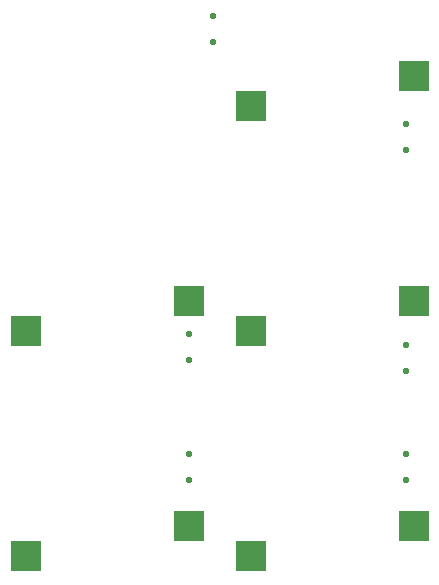
<source format=gbr>
%TF.GenerationSoftware,KiCad,Pcbnew,9.0.2*%
%TF.CreationDate,2025-08-07T13:19:16-06:00*%
%TF.ProjectId,macro devboard ESP32,6d616372-6f20-4646-9576-626f61726420,rev?*%
%TF.SameCoordinates,Original*%
%TF.FileFunction,Paste,Bot*%
%TF.FilePolarity,Positive*%
%FSLAX46Y46*%
G04 Gerber Fmt 4.6, Leading zero omitted, Abs format (unit mm)*
G04 Created by KiCad (PCBNEW 9.0.2) date 2025-08-07 13:19:16*
%MOMM*%
%LPD*%
G01*
G04 APERTURE LIST*
G04 Aperture macros list*
%AMRoundRect*
0 Rectangle with rounded corners*
0 $1 Rounding radius*
0 $2 $3 $4 $5 $6 $7 $8 $9 X,Y pos of 4 corners*
0 Add a 4 corners polygon primitive as box body*
4,1,4,$2,$3,$4,$5,$6,$7,$8,$9,$2,$3,0*
0 Add four circle primitives for the rounded corners*
1,1,$1+$1,$2,$3*
1,1,$1+$1,$4,$5*
1,1,$1+$1,$6,$7*
1,1,$1+$1,$8,$9*
0 Add four rect primitives between the rounded corners*
20,1,$1+$1,$2,$3,$4,$5,0*
20,1,$1+$1,$4,$5,$6,$7,0*
20,1,$1+$1,$6,$7,$8,$9,0*
20,1,$1+$1,$8,$9,$2,$3,0*%
G04 Aperture macros list end*
%ADD10R,2.550000X2.500000*%
%ADD11RoundRect,0.125000X0.125000X-0.125000X0.125000X0.125000X-0.125000X0.125000X-0.125000X-0.125000X0*%
%ADD12RoundRect,0.125000X-0.125000X0.125000X-0.125000X-0.125000X0.125000X-0.125000X0.125000X0.125000X0*%
G04 APERTURE END LIST*
D10*
%TO.C,SW6*%
X238800000Y-92700000D03*
X252650000Y-90160000D03*
%TD*%
%TO.C,SW9*%
X219750000Y-73650000D03*
X233600000Y-71110000D03*
%TD*%
%TO.C,SW7*%
X238800000Y-73650000D03*
X252650000Y-71110000D03*
%TD*%
%TO.C,SW8*%
X219750000Y-92700000D03*
X233600000Y-90160000D03*
%TD*%
%TO.C,SW1*%
X238800000Y-54600000D03*
X252650000Y-52060000D03*
%TD*%
D11*
%TO.C,D4*%
X251950000Y-76977499D03*
X251950000Y-74777501D03*
%TD*%
%TO.C,D6*%
X233560000Y-76099998D03*
X233560000Y-73900000D03*
%TD*%
D12*
%TO.C,D3*%
X251940000Y-84052501D03*
X251940000Y-86252499D03*
%TD*%
D11*
%TO.C,D7*%
X235590000Y-49190000D03*
X235590000Y-46990000D03*
%TD*%
%TO.C,D2*%
X251950000Y-58292498D03*
X251950000Y-56092500D03*
%TD*%
D12*
%TO.C,D5*%
X233580000Y-84032501D03*
X233580000Y-86232499D03*
%TD*%
M02*

</source>
